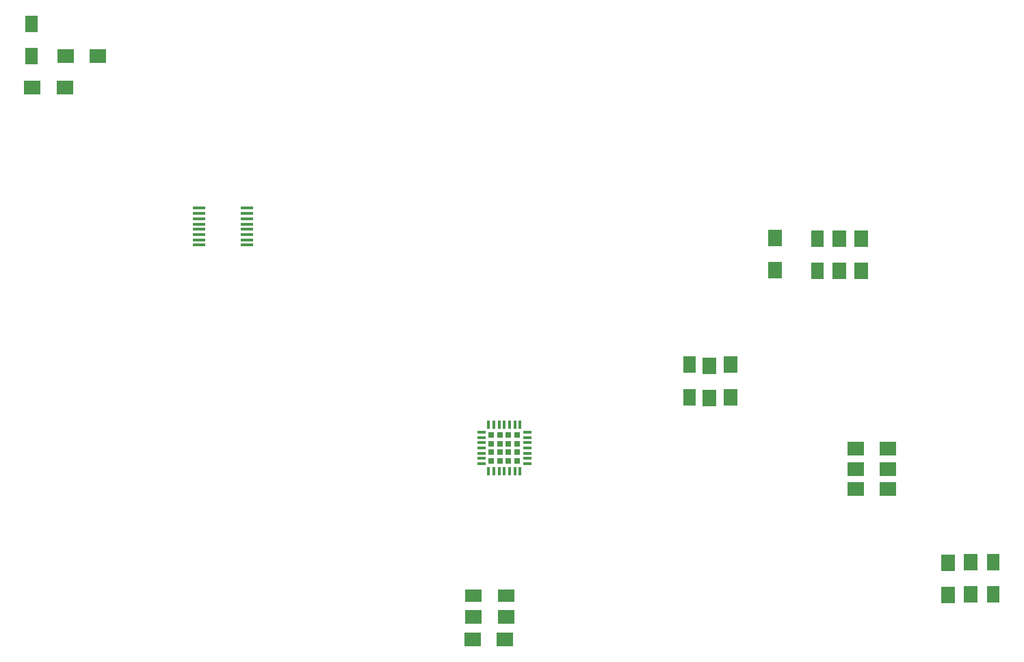
<source format=gtp>
G04 #@! TF.GenerationSoftware,KiCad,Pcbnew,(5.1.2)-2*
G04 #@! TF.CreationDate,2020-05-21T23:00:35-04:00*
G04 #@! TF.ProjectId,MidiControllerPCB,4d696469-436f-46e7-9472-6f6c6c657250,rev?*
G04 #@! TF.SameCoordinates,Original*
G04 #@! TF.FileFunction,Paste,Top*
G04 #@! TF.FilePolarity,Positive*
%FSLAX46Y46*%
G04 Gerber Fmt 4.6, Leading zero omitted, Abs format (unit mm)*
G04 Created by KiCad (PCBNEW (5.1.2)-2) date 2020-05-21 23:00:35*
%MOMM*%
%LPD*%
G04 APERTURE LIST*
%ADD10R,1.000000X0.370000*%
%ADD11R,0.370000X1.000000*%
%ADD12R,0.637500X0.637500*%
%ADD13R,1.500000X0.450000*%
%ADD14R,1.700000X2.000000*%
%ADD15R,2.000000X1.700000*%
%ADD16R,1.600000X2.000000*%
%ADD17R,2.000000X1.600000*%
G04 APERTURE END LIST*
D10*
X161250000Y-117450000D03*
X161250000Y-116800000D03*
X161250000Y-116150000D03*
X161250000Y-115500000D03*
X161250000Y-114850000D03*
X161250000Y-114200000D03*
X161250000Y-113550000D03*
D11*
X160350000Y-112650000D03*
X159700000Y-112650000D03*
X159050000Y-112650000D03*
X158400000Y-112650000D03*
X157750000Y-112650000D03*
X157100000Y-112650000D03*
X156450000Y-112650000D03*
D10*
X155550000Y-113550000D03*
X155550000Y-114200000D03*
X155550000Y-114850000D03*
X155550000Y-115500000D03*
X155550000Y-116150000D03*
X155550000Y-116800000D03*
X155550000Y-117450000D03*
D11*
X156450000Y-118350000D03*
X157100000Y-118350000D03*
X157750000Y-118350000D03*
X158400000Y-118350000D03*
X159050000Y-118350000D03*
X159700000Y-118350000D03*
X160350000Y-118350000D03*
D12*
X156806250Y-113906250D03*
X156806250Y-114968750D03*
X156806250Y-116031250D03*
X156806250Y-117093750D03*
X157868750Y-113906250D03*
X157868750Y-114968750D03*
X157868750Y-116031250D03*
X157868750Y-117093750D03*
X158931250Y-113906250D03*
X158931250Y-114968750D03*
X158931250Y-116031250D03*
X158931250Y-117093750D03*
X159993750Y-113906250D03*
X159993750Y-114968750D03*
X159993750Y-116031250D03*
X159993750Y-117093750D03*
D13*
X120650000Y-85825000D03*
X120650000Y-86475000D03*
X120650000Y-87125000D03*
X120650000Y-87775000D03*
X120650000Y-88425000D03*
X120650000Y-89075000D03*
X120650000Y-89725000D03*
X120650000Y-90375000D03*
X126550000Y-90375000D03*
X126550000Y-89725000D03*
X126550000Y-89075000D03*
X126550000Y-88425000D03*
X126550000Y-87775000D03*
X126550000Y-87125000D03*
X126550000Y-86475000D03*
X126550000Y-85825000D03*
D14*
X202600000Y-89600000D03*
X202600000Y-93600000D03*
X186400000Y-109200000D03*
X186400000Y-105200000D03*
X199900000Y-89600000D03*
X199900000Y-93600000D03*
X183800000Y-105300000D03*
X183800000Y-109300000D03*
D15*
X201900000Y-115600000D03*
X205900000Y-115600000D03*
D14*
X191900000Y-93500000D03*
X191900000Y-89500000D03*
D15*
X201900000Y-118100000D03*
X205900000Y-118100000D03*
X201900000Y-120600000D03*
X205900000Y-120600000D03*
X104100000Y-67000000D03*
X108100000Y-67000000D03*
X100000000Y-70900000D03*
X104000000Y-70900000D03*
D14*
X213300000Y-133700000D03*
X213300000Y-129700000D03*
X216100000Y-129600000D03*
X216100000Y-133600000D03*
D15*
X158500000Y-139200000D03*
X154500000Y-139200000D03*
X154600000Y-136400000D03*
X158600000Y-136400000D03*
D16*
X197200000Y-89600000D03*
X197200000Y-93600000D03*
X181300000Y-109200000D03*
X181300000Y-105200000D03*
X99900000Y-67000000D03*
X99900000Y-63000000D03*
X218900000Y-129600000D03*
X218900000Y-133600000D03*
D17*
X154600000Y-133800000D03*
X158600000Y-133800000D03*
M02*

</source>
